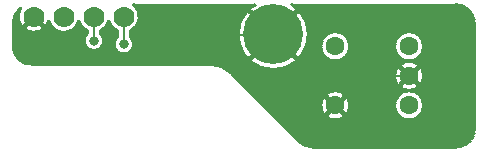
<source format=gbl>
*
*
G04 PADS9.1 Build Number: 384028 generated Gerber (RS-274-X) file*
G04 PC Version=2.1*
*
%IN "PSDR_Encoder.pcb"*%
*
%MOIN*%
*
%FSLAX35Y35*%
*
*
*
*
G04 PC Standard Apertures*
*
*
G04 Thermal Relief Aperture macro.*
%AMTER*
1,1,$1,0,0*
1,0,$1-$2,0,0*
21,0,$3,$4,0,0,45*
21,0,$3,$4,0,0,135*
%
*
*
G04 Annular Aperture macro.*
%AMANN*
1,1,$1,0,0*
1,0,$2,0,0*
%
*
*
G04 Odd Aperture macro.*
%AMODD*
1,1,$1,0,0*
1,0,$1-0.005,0,0*
%
*
*
G04 PC Custom Aperture Macros*
*
*
*
*
*
*
G04 PC Aperture Table*
*
%ADD010C,0.01*%
%ADD011C,0.008*%
%ADD037C,0.015*%
%ADD042C,0.001*%
%ADD048C,0.07*%
%ADD149C,0.032*%
%ADD152C,0.063*%
%ADD165C,0.2*%
*
*
*
*
G04 PC Circuitry*
G04 Layer Name PSDR_Encoder.pcb - circuitry*
%LPD*%
*
*
G04 PC Custom Flashes*
G04 Layer Name PSDR_Encoder.pcb - flashes*
%LPD*%
*
*
G04 PC Circuitry*
G04 Layer Name PSDR_Encoder.pcb - circuitry*
%LPD*%
*
G54D10*
G01X474929Y320472D02*
G75*
G03X474929I-4850J0D01*
G01Y330315D02*
G03X474929I-4850J0D01*
G01Y340157D02*
G03X474929I-4850J0D01*
G01X450322Y320472D02*
G03X450322I-4850J0D01*
G01Y340157D02*
G03X450322I-4850J0D01*
G01X491801Y312598D02*
Y348031D01*
G03X485827Y354005I-5974J0*
G01X431021*
X418585D02*
G03X431021I6218J-9911D01*
G01X418585D02*
X378316D01*
X377100Y345243D02*
G03X378316Y354005I-2100J4757D01*
G01X377100Y345243D02*
Y343346D01*
X372900D02*
G03X377100I2100J-2546D01*
G01X372900D02*
Y345243D01*
X370000Y348572D02*
G03X372900Y345243I5000J1428D01*
G01X367100D02*
G03X370000Y348572I-2100J4757D01*
G01X367100Y345243D02*
Y344546D01*
X362900D02*
G03X367100I2100J-2546D01*
G01X362900D02*
Y345243D01*
X360000Y348572D02*
G03X362900Y345243I5000J1428D01*
G01X350000Y348572D02*
G03X360000I5000J1428D01*
G01X340730Y352968D02*
G03X350000Y348572I4270J-2968D01*
G01X340730Y352968D02*
G03X338120Y348031I3364J-4937D01*
G01Y340157*
G03X344094Y334183I5974J0*
G01X403825*
X410736Y331321D02*
G03X403825Y334183I-6911J-6912D01*
G01X410736Y331321D02*
X433683Y308374D01*
G03X437907Y306624I4224J4224*
G01X485827*
G03X491801Y312598I-0J5974*
G01X474929Y320472D02*
G03X474929I-4850J0D01*
G01Y330315D02*
G03X474929I-4850J0D01*
G01Y340157D02*
G03X474929I-4850J0D01*
G01X450322Y320472D02*
G03X450322I-4850J0D01*
G01Y340157D02*
G03X450322I-4850J0D01*
G01X436055Y347301D02*
X491801D01*
X436274Y346401D02*
X491801D01*
X436418Y345501D02*
X491801D01*
X472022Y344601D02*
X491801D01*
X473390Y343701D02*
X491801D01*
X474145Y342801D02*
X491801D01*
X474605Y341901D02*
X491801D01*
X474855Y341001D02*
X491801D01*
X474928Y340101D02*
X491801D01*
X474834Y339201D02*
X491801D01*
X474559Y338301D02*
X491801D01*
X474069Y337401D02*
X491801D01*
X473265Y336501D02*
X491801D01*
X471741Y335601D02*
X491801D01*
X472149Y334701D02*
X491801D01*
X473451Y333801D02*
X491801D01*
X474182Y332901D02*
X491801D01*
X474626Y332001D02*
X491801D01*
X474865Y331101D02*
X491801D01*
X474927Y330201D02*
X491801D01*
X474822Y329301D02*
X491801D01*
X474535Y328401D02*
X491801D01*
X474029Y327501D02*
X491801D01*
X473198Y326601D02*
X491801D01*
X471574Y325701D02*
X491801D01*
X472266Y324801D02*
X491801D01*
X473509Y323901D02*
X491801D01*
X474217Y323001D02*
X491801D01*
X474647Y322101D02*
X491801D01*
X474874Y321201D02*
X491801D01*
X474926Y320301D02*
X491801D01*
X474809Y319401D02*
X491801D01*
X474510Y318501D02*
X491801D01*
X473987Y317601D02*
X491801D01*
X473128Y316701D02*
X491801D01*
X471383Y315801D02*
X491801D01*
X427156Y314901D02*
X491801D01*
X428056Y314001D02*
X491801D01*
X428956Y313101D02*
X491801D01*
X435759Y348201D02*
X491798D01*
X429856Y312201D02*
X491788D01*
X435378Y349101D02*
X491704D01*
X430756Y311301D02*
X491658D01*
X434903Y350001D02*
X491467D01*
X431656Y310401D02*
X491382D01*
X434320Y350901D02*
X491066D01*
X432556Y309501D02*
X490935D01*
X433607Y351801D02*
X490461D01*
X433456Y308601D02*
X490266D01*
X432729Y352701D02*
X489553D01*
X434486Y307701D02*
X489248D01*
X431623Y353601D02*
X487987D01*
X436465Y306801D02*
X487269D01*
X446777Y315801D02*
X468775D01*
X416356Y325701D02*
X468584D01*
X447134Y335601D02*
X468417D01*
X447416Y344601D02*
X468135D01*
X431778Y334701D02*
X468009D01*
X447660Y324801D02*
X467891D01*
X448522Y316701D02*
X467029D01*
X415456Y326601D02*
X466960D01*
X448659Y336501D02*
X466892D01*
X448784Y343701D02*
X466767D01*
X430365Y333801D02*
X466707D01*
X448903Y323901D02*
X466648D01*
X449381Y317601D02*
X466170D01*
X414556Y327501D02*
X466128D01*
X449463Y337401D02*
X466088D01*
X449539Y342801D02*
X466013D01*
X428209Y332901D02*
X465976D01*
X449611Y323001D02*
X465940D01*
X449904Y318501D02*
X465647D01*
X413656Y328401D02*
X465622D01*
X449953Y338301D02*
X465598D01*
X449998Y341901D02*
X465553D01*
X409981Y332001D02*
X465531D01*
X450041Y322101D02*
X465510D01*
X450203Y319401D02*
X465349D01*
X412756Y329301D02*
X465336D01*
X450227Y339201D02*
X465324D01*
X450249Y341001D02*
X465303D01*
X410956Y331101D02*
X465293D01*
X450267Y321201D02*
X465284D01*
X450319Y320301D02*
X465232D01*
X411856Y330201D02*
X465230D01*
X450322Y340101D02*
X465229D01*
X426256Y315801D02*
X444168D01*
X432850Y335601D02*
X443811D01*
X436492Y344601D02*
X443529D01*
X417256Y324801D02*
X443285D01*
X425356Y316701D02*
X442423D01*
X433704Y336501D02*
X442286D01*
X436497Y343701D02*
X442161D01*
X418156Y323901D02*
X442042D01*
X424456Y317601D02*
X441564D01*
X434399Y337401D02*
X441482D01*
X436431Y342801D02*
X441406D01*
X419056Y323001D02*
X441334D01*
X423556Y318501D02*
X441041D01*
X434968Y338301D02*
X440992D01*
X436296Y341901D02*
X440947D01*
X419956Y322101D02*
X440904D01*
X422656Y319401D02*
X440742D01*
X435431Y339201D02*
X440718D01*
X436087Y341001D02*
X440696D01*
X420856Y321201D02*
X440677D01*
X421756Y320301D02*
X440625D01*
X435801Y340101D02*
X440623D01*
X408665Y332901D02*
X421398D01*
X406532Y333801D02*
X419241D01*
X378751Y353601D02*
X417983D01*
X341662Y334701D02*
X417828D01*
X379443Y352701D02*
X416877D01*
X340231Y335601D02*
X416756D01*
X379878Y351801D02*
X416000D01*
X339370Y336501D02*
X415902D01*
X380121Y350901D02*
X415287D01*
X338794Y337401D02*
X415207D01*
X380200Y350001D02*
X414703D01*
X377155Y338301D02*
X414638D01*
X380122Y349101D02*
X414228D01*
X377887Y339201D02*
X414176D01*
X379879Y348201D02*
X413847D01*
X378225Y340101D02*
X413806D01*
X379445Y347301D02*
X413551D01*
X378294Y341001D02*
X413519D01*
X378753Y346401D02*
X413333D01*
X378111Y341901D02*
X413311D01*
X377608Y345501D02*
X413188D01*
X377624Y342801D02*
X413175D01*
X377100Y344601D02*
X413114D01*
X377100Y343701D02*
X413110D01*
X367100Y344601D02*
X372900D01*
X367828Y343701D02*
X372900D01*
X338416Y338301D02*
X372845D01*
X367608Y345501D02*
X372392D01*
X368201Y342801D02*
X372376D01*
X366748Y339201D02*
X372113D01*
X368299Y341901D02*
X371889D01*
X367699Y340101D02*
X371775D01*
X368145Y341001D02*
X371706D01*
X368753Y346401D02*
X371247D01*
X369445Y347301D02*
X370555D01*
X369879Y348201D02*
X370121D01*
X338198Y339201D02*
X363252D01*
X338120Y344601D02*
X362900D01*
X357608Y345501D02*
X362392D01*
X338121Y340101D02*
X362301D01*
X338120Y343701D02*
X362172D01*
X338120Y341001D02*
X361855D01*
X338120Y342801D02*
X361799D01*
X338120Y341901D02*
X361701D01*
X358753Y346401D02*
X361247D01*
X359445Y347301D02*
X360555D01*
X359879Y348201D02*
X360121D01*
X347608Y345501D02*
X352392D01*
X348753Y346401D02*
X351247D01*
X349445Y347301D02*
X350555D01*
X349879Y348201D02*
X350121D01*
X338120Y345501D02*
X342392D01*
X338120Y346401D02*
X341247D01*
X340368Y352701D02*
X340557D01*
X338120Y347301D02*
X340555D01*
X339460Y351801D02*
X340122D01*
X338123Y348201D02*
X340121D01*
X338855Y350901D02*
X339879D01*
X338217Y349101D02*
X339878D01*
X338454Y350001D02*
X339800D01*
G54D11*
X365000Y342000D02*
Y350000D01*
X375000Y340800D02*
Y350000D01*
X380400Y338000D02*
X357000D01*
X345000Y350000*
X380400Y338000D02*
X383800D01*
X389600Y343800*
X424509*
X424803Y344094*
X445472Y320472D02*
X435345Y330600D01*
Y333553*
X424803Y344094*
X424803*
X445472Y320472D02*
X448498Y323498D01*
X448498*
X455315Y330315*
X470079*
G54D37*
X433076Y352368D02*
X431874Y351166D01*
X416530Y352368D02*
X417732Y351166D01*
X416530Y335821D02*
X417732Y337023D01*
X433076Y335821D02*
X431874Y337023D01*
X341323Y346323D02*
X342525Y347525D01*
X348677Y346323D02*
X347475Y347525D01*
X473508Y326885D02*
X472306Y328088D01*
X466649Y326885D02*
X467851Y328088D01*
X466649Y333744D02*
X467851Y332542D01*
X473508Y333744D02*
X472306Y332542D01*
X448902Y317043D02*
X447700Y318245D01*
X442043Y317043D02*
X443245Y318245D01*
X442043Y323902D02*
X443245Y322700D01*
X448902Y323902D02*
X447700Y322700D01*
G54D42*
G54D48*
X365000Y350000D03*
X375000D03*
X355000D03*
X345000D03*
G54D149*
X365000Y342000D03*
X375000Y340800D03*
G54D152*
X470079Y340157D03*
Y320472D03*
Y330315D03*
X445472Y340157D03*
Y320472D03*
G54D165*
X424803Y344094D03*
G74*
X0Y0D02*
M02*

</source>
